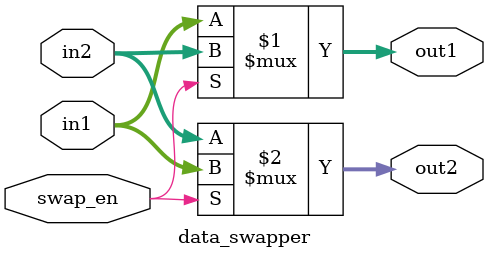
<source format=v>
module data_swapper #(
    parameter N = 8   // Độ rộng dữ liệu (bit)
)(
    input  [N-1:0] in1,  // Đầu vào 1
    input  [N-1:0] in2,  // Đầu vào 2
    input          swap_en, // Tín hiệu điều khiển hoán đổi
    output [N-1:0] out1, // Đầu ra 1
    output [N-1:0] out2  // Đầu ra 2
);

    assign out1 = (swap_en) ? in2 : in1;
    assign out2 = (swap_en) ? in1 : in2;

endmodule

</source>
